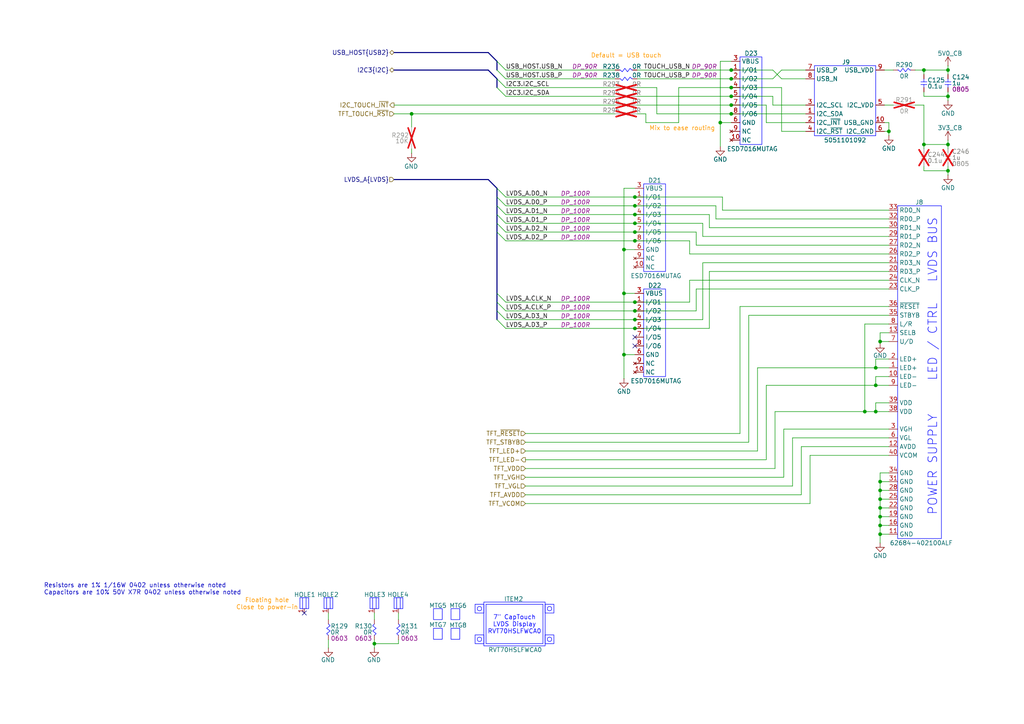
<source format=kicad_sch>
(kicad_sch (version 20250114) (generator "eeschema") (generator_version "9.0")
  (paper "A4")
  (title_block (title "RPI CMx Carrier") (date "2026-01-22") (rev "2.00-0A") (comment 1 "Jean-Francois Bilodeau") (comment 2 "P.Eng #6022173") (comment 3 "203-1690 Rue des quatre-saisons") (comment 4 "Sherbrooke, Canada, J1E0N2") (comment 5 "KiCad Rev 9.0") (comment 6 "Jean-Francois Bilodeau") (comment 7 "Not applicable") (comment 8 "Preliminary") (comment 9 "RPI_CMx_Carrier_2.00-0A_BOM"))
  (text "Mix to ease routing" (at 197.866 37.338 0) (effects (font (size 1.27 1.27))))
  (text "Default = USB touch" (at 181.61 16.256 0) (effects (font (size 1.27 1.27))))
  (text "Floating hole\nClose to power-in" (at 77.47 175.26 0) (effects (font (size 1.27 1.27))))
  (text "Resistors are 1% 1/16W 0402 unless otherwise noted\nCapacitors are 10% 50V X7R 0402 unless otherwise noted" (at 12.7 170.942 0) (effects (font (size 1.27 1.27)) (justify left)))
  (junction (at 184.15 95.25))
  (junction (at 212.09 20.32))
  (junction (at 255.27 99.06))
  (junction (at 180.975 72.39))
  (junction (at 254 119.38))
  (junction (at 184.15 69.85))
  (junction (at 267.97 41.91))
  (junction (at 212.09 25.4))
  (junction (at 255.27 144.78))
  (junction (at 212.09 33.02))
  (junction (at 212.09 22.86))
  (junction (at 254 106.68))
  (junction (at 119.38 33.02))
  (junction (at 184.15 64.77))
  (junction (at 212.09 30.48))
  (junction (at 267.97 20.32))
  (junction (at 257.81 38.1))
  (junction (at 255.27 152.4))
  (junction (at 184.15 90.17))
  (junction (at 255.27 154.94))
  (junction (at 274.955 27.94))
  (junction (at 255.27 139.7))
  (junction (at 184.15 67.31))
  (junction (at 212.09 27.94))
  (junction (at 184.15 59.69))
  (junction (at 184.15 57.15))
  (junction (at 254 111.76))
  (junction (at 184.15 62.23))
  (junction (at 274.955 41.91))
  (junction (at 250.825 119.38))
  (junction (at 184.15 92.71))
  (junction (at 274.955 49.53))
  (junction (at 180.975 85.09))
  (junction (at 184.15 87.63))
  (junction (at 108.585 186.69))
  (junction (at 208.915 35.56))
  (junction (at 274.955 20.32))
  (junction (at 255.27 147.32))
  (junction (at 180.975 102.87))
  (junction (at 255.27 142.24))
  (junction (at 255.27 149.86))
  (no_connect (at 88.265 177.8))
  (no_connect (at 184.15 97.79))
  (no_connect (at 184.15 100.33))
  (bus_entry (at 144.145 17.78) (size 2.54 2.54))
  (bus_entry (at 144.145 87.63) (size 2.54 2.54))
  (bus_entry (at 144.145 62.23) (size 2.54 2.54))
  (bus_entry (at 144.145 92.71) (size 2.54 2.54))
  (bus_entry (at 144.145 20.32) (size 2.54 2.54))
  (bus_entry (at 144.145 85.09) (size 2.54 2.54))
  (bus_entry (at 144.145 59.69) (size 2.54 2.54))
  (bus_entry (at 144.145 64.77) (size 2.54 2.54))
  (bus_entry (at 144.145 67.31) (size 2.54 2.54))
  (bus_entry (at 144.145 22.86) (size 2.54 2.54))
  (bus_entry (at 144.145 25.4) (size 2.54 2.54))
  (bus_entry (at 144.145 54.61) (size 2.54 2.54))
  (bus_entry (at 144.145 90.17) (size 2.54 2.54))
  (bus_entry (at 144.145 57.15) (size 2.54 2.54))
  (wire (pts (xy 108.585 185.547) (xy 108.585 186.69)))
  (wire (pts (xy 184.15 67.31) (xy 201.93 67.31)))
  (wire (pts (xy 207.645 63.5) (xy 257.81 63.5)))
  (wire (pts (xy 255.27 149.86) (xy 255.27 152.4)))
  (wire (pts (xy 184.785 22.86) (xy 212.09 22.86)))
  (wire (pts (xy 254 109.22) (xy 254 111.76)))
  (bus (pts (xy 144.145 20.32) (xy 144.145 17.78)))
  (wire (pts (xy 184.15 59.69) (xy 207.645 59.69)))
  (wire (pts (xy 196.85 25.4) (xy 212.09 25.4)))
  (wire (pts (xy 257.81 38.1) (xy 257.81 39.37)))
  (wire (pts (xy 265.43 30.48) (xy 267.97 30.48)))
  (wire (pts (xy 146.685 27.94) (xy 178.435 27.94)))
  (wire (pts (xy 200.025 69.85) (xy 200.025 73.66)))
  (wire (pts (xy 184.785 20.32) (xy 212.09 20.32)))
  (wire (pts (xy 184.785 27.94) (xy 212.09 27.94)))
  (wire (pts (xy 267.97 26.67) (xy 267.97 27.94)))
  (wire (pts (xy 255.27 154.94) (xy 255.27 157.48)))
  (wire (pts (xy 208.915 35.56) (xy 212.09 35.56)))
  (wire (pts (xy 274.955 26.67) (xy 274.955 27.94)))
  (wire (pts (xy 254 106.68) (xy 257.81 106.68)))
  (wire (pts (xy 255.27 152.4) (xy 257.81 152.4)))
  (wire (pts (xy 212.09 33.02) (xy 233.68 33.02)))
  (wire (pts (xy 95.25 177.8) (xy 95.25 179.705)))
  (wire (pts (xy 267.97 48.26) (xy 267.97 49.53)))
  (wire (pts (xy 255.27 144.78) (xy 255.27 147.32)))
  (wire (pts (xy 184.785 33.02) (xy 187.325 33.02)))
  (wire (pts (xy 146.685 22.86) (xy 178.435 22.86)))
  (wire (pts (xy 152.4 133.35) (xy 222.25 133.35)))
  (wire (pts (xy 152.4 138.43) (xy 227.33 138.43)))
  (wire (pts (xy 115.57 185.547) (xy 115.57 186.69)))
  (wire (pts (xy 184.15 90.17) (xy 201.93 90.17)))
  (wire (pts (xy 254 104.14) (xy 257.81 104.14)))
  (wire (pts (xy 255.27 139.7) (xy 257.81 139.7)))
  (wire (pts (xy 200.025 81.28) (xy 257.81 81.28)))
  (wire (pts (xy 95.25 185.547) (xy 95.25 187.96)))
  (wire (pts (xy 226.695 20.32) (xy 224.155 22.86)))
  (wire (pts (xy 180.975 102.87) (xy 180.975 109.855)))
  (wire (pts (xy 254 111.76) (xy 257.81 111.76)))
  (wire (pts (xy 254 119.38) (xy 257.81 119.38)))
  (wire (pts (xy 208.915 35.56) (xy 208.915 42.545)))
  (bus (pts (xy 144.145 67.31) (xy 144.145 85.09)))
  (wire (pts (xy 224.79 119.38) (xy 224.79 135.89)))
  (wire (pts (xy 180.975 85.09) (xy 184.15 85.09)))
  (bus (pts (xy 114.3 15.24) (xy 141.605 15.24)))
  (wire (pts (xy 184.15 69.85) (xy 200.025 69.85)))
  (wire (pts (xy 201.93 67.31) (xy 201.93 71.12)))
  (wire (pts (xy 226.695 20.32) (xy 233.68 20.32)))
  (wire (pts (xy 219.71 106.68) (xy 219.71 130.81)))
  (wire (pts (xy 205.74 78.74) (xy 205.74 95.25)))
  (wire (pts (xy 222.25 111.76) (xy 222.25 133.35)))
  (wire (pts (xy 200.025 81.28) (xy 200.025 87.63)))
  (wire (pts (xy 222.25 35.56) (xy 233.68 35.56)))
  (wire (pts (xy 212.09 27.94) (xy 224.155 27.94)))
  (wire (pts (xy 254 104.14) (xy 254 106.68)))
  (wire (pts (xy 234.95 132.08) (xy 234.95 146.05)))
  (bus (pts (xy 144.145 54.61) (xy 141.605 52.07)))
  (wire (pts (xy 250.825 119.38) (xy 254 119.38)))
  (wire (pts (xy 250.825 93.98) (xy 250.825 119.38)))
  (wire (pts (xy 108.585 177.8) (xy 108.585 179.705)))
  (wire (pts (xy 119.38 33.02) (xy 178.435 33.02)))
  (wire (pts (xy 201.93 83.82) (xy 257.81 83.82)))
  (wire (pts (xy 232.41 129.54) (xy 232.41 143.51)))
  (wire (pts (xy 217.17 91.44) (xy 217.17 128.27)))
  (wire (pts (xy 200.025 73.66) (xy 257.81 73.66)))
  (wire (pts (xy 203.835 68.58) (xy 257.81 68.58)))
  (wire (pts (xy 265.43 20.32) (xy 267.97 20.32)))
  (wire (pts (xy 180.975 72.39) (xy 184.15 72.39)))
  (wire (pts (xy 184.15 87.63) (xy 200.025 87.63)))
  (wire (pts (xy 232.41 129.54) (xy 257.81 129.54)))
  (wire (pts (xy 226.695 38.1) (xy 233.68 38.1)))
  (wire (pts (xy 203.835 76.2) (xy 203.835 92.71)))
  (wire (pts (xy 255.27 152.4) (xy 255.27 154.94)))
  (wire (pts (xy 214.63 88.9) (xy 257.81 88.9)))
  (wire (pts (xy 184.15 92.71) (xy 203.835 92.71)))
  (wire (pts (xy 255.27 147.32) (xy 255.27 149.86)))
  (wire (pts (xy 184.15 57.15) (xy 209.55 57.15)))
  (wire (pts (xy 255.27 149.86) (xy 257.81 149.86)))
  (wire (pts (xy 224.155 27.94) (xy 224.155 30.48)))
  (wire (pts (xy 119.38 43.18) (xy 119.38 44.45)))
  (wire (pts (xy 227.33 124.46) (xy 257.81 124.46)))
  (wire (pts (xy 203.835 64.77) (xy 203.835 68.58)))
  (wire (pts (xy 146.685 64.77) (xy 184.15 64.77)))
  (wire (pts (xy 152.4 143.51) (xy 232.41 143.51)))
  (wire (pts (xy 256.54 35.56) (xy 257.81 35.56)))
  (wire (pts (xy 146.685 62.23) (xy 184.15 62.23)))
  (wire (pts (xy 226.695 22.86) (xy 233.68 22.86)))
  (bus (pts (xy 114.3 52.07) (xy 141.605 52.07)))
  (wire (pts (xy 256.54 30.48) (xy 259.08 30.48)))
  (wire (pts (xy 180.975 102.87) (xy 184.15 102.87)))
  (wire (pts (xy 227.33 124.46) (xy 227.33 138.43)))
  (wire (pts (xy 256.54 38.1) (xy 257.81 38.1)))
  (wire (pts (xy 205.74 78.74) (xy 257.81 78.74)))
  (wire (pts (xy 226.695 25.4) (xy 226.695 38.1)))
  (wire (pts (xy 257.81 35.56) (xy 257.81 38.1)))
  (wire (pts (xy 190.5 33.02) (xy 212.09 33.02)))
  (bus (pts (xy 144.145 62.23) (xy 144.145 64.77)))
  (wire (pts (xy 205.74 66.04) (xy 257.81 66.04)))
  (wire (pts (xy 214.63 88.9) (xy 214.63 125.73)))
  (wire (pts (xy 146.685 69.85) (xy 184.15 69.85)))
  (wire (pts (xy 209.55 60.96) (xy 257.81 60.96)))
  (bus (pts (xy 144.145 85.09) (xy 144.145 87.63)))
  (wire (pts (xy 146.685 92.71) (xy 184.15 92.71)))
  (bus (pts (xy 144.145 59.69) (xy 144.145 62.23)))
  (bus (pts (xy 114.3 20.32) (xy 141.605 20.32)))
  (wire (pts (xy 255.27 147.32) (xy 257.81 147.32)))
  (wire (pts (xy 201.93 83.82) (xy 201.93 90.17)))
  (wire (pts (xy 146.685 87.63) (xy 184.15 87.63)))
  (wire (pts (xy 274.955 41.91) (xy 274.955 43.18)))
  (wire (pts (xy 146.685 59.69) (xy 184.15 59.69)))
  (wire (pts (xy 187.325 33.02) (xy 187.325 35.56)))
  (wire (pts (xy 274.955 40.64) (xy 274.955 41.91)))
  (wire (pts (xy 146.685 20.32) (xy 178.435 20.32)))
  (wire (pts (xy 108.585 186.69) (xy 108.585 187.96)))
  (wire (pts (xy 274.955 20.32) (xy 267.97 20.32)))
  (wire (pts (xy 274.955 49.53) (xy 267.97 49.53)))
  (wire (pts (xy 184.15 64.77) (xy 203.835 64.77)))
  (wire (pts (xy 255.27 137.16) (xy 257.81 137.16)))
  (bus (pts (xy 144.145 64.77) (xy 144.145 67.31)))
  (wire (pts (xy 274.955 19.05) (xy 274.955 20.32)))
  (wire (pts (xy 254 116.84) (xy 257.81 116.84)))
  (wire (pts (xy 255.27 137.16) (xy 255.27 139.7)))
  (wire (pts (xy 146.685 90.17) (xy 184.15 90.17)))
  (wire (pts (xy 274.955 27.94) (xy 267.97 27.94)))
  (wire (pts (xy 208.915 17.78) (xy 212.09 17.78)))
  (bus (pts (xy 144.145 57.15) (xy 144.145 59.69)))
  (wire (pts (xy 267.97 30.48) (xy 267.97 41.91)))
  (wire (pts (xy 203.835 76.2) (xy 257.81 76.2)))
  (wire (pts (xy 184.785 25.4) (xy 190.5 25.4)))
  (wire (pts (xy 212.09 25.4) (xy 226.695 25.4)))
  (wire (pts (xy 119.38 33.02) (xy 119.38 36.83)))
  (wire (pts (xy 187.325 35.56) (xy 196.85 35.56)))
  (bus (pts (xy 144.145 25.4) (xy 144.145 22.86)))
  (wire (pts (xy 184.15 62.23) (xy 205.74 62.23)))
  (wire (pts (xy 274.955 20.32) (xy 274.955 21.59)))
  (wire (pts (xy 267.97 43.18) (xy 267.97 41.91)))
  (wire (pts (xy 196.85 25.4) (xy 196.85 35.56)))
  (wire (pts (xy 180.975 54.61) (xy 180.975 72.39)))
  (wire (pts (xy 212.09 22.86) (xy 224.155 22.86)))
  (wire (pts (xy 229.87 127) (xy 229.87 140.97)))
  (wire (pts (xy 274.955 41.91) (xy 267.97 41.91)))
  (bus (pts (xy 144.145 90.17) (xy 144.145 92.71)))
  (wire (pts (xy 108.585 186.69) (xy 115.57 186.69)))
  (wire (pts (xy 255.27 142.24) (xy 257.81 142.24)))
  (wire (pts (xy 152.4 146.05) (xy 234.95 146.05)))
  (wire (pts (xy 146.685 25.4) (xy 178.435 25.4)))
  (wire (pts (xy 205.74 62.23) (xy 205.74 66.04)))
  (wire (pts (xy 254 116.84) (xy 254 119.38)))
  (bus (pts (xy 144.145 54.61) (xy 144.145 57.15)))
  (wire (pts (xy 152.4 125.73) (xy 214.63 125.73)))
  (wire (pts (xy 209.55 57.15) (xy 209.55 60.96)))
  (wire (pts (xy 114.3 33.02) (xy 119.38 33.02)))
  (wire (pts (xy 250.825 93.98) (xy 257.81 93.98)))
  (wire (pts (xy 274.955 49.53) (xy 274.955 50.8)))
  (wire (pts (xy 180.975 72.39) (xy 180.975 85.09)))
  (wire (pts (xy 222.25 30.48) (xy 222.25 35.56)))
  (wire (pts (xy 255.27 142.24) (xy 255.27 144.78)))
  (wire (pts (xy 180.975 85.09) (xy 180.975 102.87)))
  (wire (pts (xy 115.57 177.8) (xy 115.57 179.705)))
  (wire (pts (xy 114.3 30.48) (xy 178.435 30.48)))
  (bus (pts (xy 144.145 87.63) (xy 144.145 90.17)))
  (wire (pts (xy 267.97 21.59) (xy 267.97 20.32)))
  (wire (pts (xy 152.4 140.97) (xy 229.87 140.97)))
  (wire (pts (xy 234.95 132.08) (xy 257.81 132.08)))
  (wire (pts (xy 180.975 54.61) (xy 184.15 54.61)))
  (wire (pts (xy 146.685 67.31) (xy 184.15 67.31)))
  (wire (pts (xy 254 109.22) (xy 257.81 109.22)))
  (wire (pts (xy 224.155 30.48) (xy 233.68 30.48)))
  (wire (pts (xy 229.87 127) (xy 257.81 127)))
  (wire (pts (xy 255.27 154.94) (xy 257.81 154.94)))
  (bus (pts (xy 144.145 17.78) (xy 141.605 15.24)))
  (wire (pts (xy 190.5 25.4) (xy 190.5 33.02)))
  (wire (pts (xy 224.79 119.38) (xy 250.825 119.38)))
  (wire (pts (xy 255.27 96.52) (xy 257.81 96.52)))
  (wire (pts (xy 222.25 111.76) (xy 254 111.76)))
  (wire (pts (xy 255.27 99.06) (xy 255.27 99.695)))
  (wire (pts (xy 152.4 128.27) (xy 217.17 128.27)))
  (wire (pts (xy 255.27 96.52) (xy 255.27 99.06)))
  (wire (pts (xy 207.645 59.69) (xy 207.645 63.5)))
  (wire (pts (xy 217.17 91.44) (xy 257.81 91.44)))
  (wire (pts (xy 152.4 130.81) (xy 219.71 130.81)))
  (wire (pts (xy 274.955 48.26) (xy 274.955 49.53)))
  (bus (pts (xy 144.145 22.86) (xy 141.605 20.32)))
  (wire (pts (xy 255.27 139.7) (xy 255.27 142.24)))
  (wire (pts (xy 212.09 20.32) (xy 224.155 20.32)))
  (wire (pts (xy 208.915 17.78) (xy 208.915 35.56)))
  (wire (pts (xy 184.785 30.48) (xy 212.09 30.48)))
  (wire (pts (xy 219.71 106.68) (xy 254 106.68)))
  (wire (pts (xy 212.09 30.48) (xy 222.25 30.48)))
  (wire (pts (xy 224.155 20.32) (xy 226.695 22.86)))
  (wire (pts (xy 152.4 135.89) (xy 224.79 135.89)))
  (wire (pts (xy 146.685 95.25) (xy 184.15 95.25)))
  (wire (pts (xy 274.955 27.94) (xy 274.955 29.21)))
  (wire (pts (xy 146.685 57.15) (xy 184.15 57.15)))
  (wire (pts (xy 259.08 20.32) (xy 256.54 20.32)))
  (wire (pts (xy 255.27 144.78) (xy 257.81 144.78)))
  (wire (pts (xy 184.15 95.25) (xy 205.74 95.25)))
  (wire (pts (xy 255.27 99.06) (xy 257.81 99.06)))
  (wire (pts (xy 201.93 71.12) (xy 257.81 71.12)))
  (label "LVDS_A.D2_P" (at 146.685 69.85 0) (property "Netclass" "DP_100R" (at 162.56 68.834 0) (effects (font (italic yes)) (justify left))))
  (label "LVDS_A.D1_N" (at 146.685 62.23 0) (property "Netclass" "DP_100R" (at 162.56 61.214 0) (effects (font (italic yes)) (justify left))))
  (label "I2C3.I2C_SCL" (at 146.685 25.4 0))
  (label "LVDS_A.D0_N" (at 146.685 57.15 0) (property "Netclass" "DP_100R" (at 162.56 56.134 0) (effects (font (italic yes)) (justify left))))
  (label "LVDS_A.CLK_P" (at 146.685 90.17 0) (property "Netclass" "DP_100R" (at 162.56 89.154 0) (effects (font (italic yes)) (justify left))))
  (label "LVDS_A.D3_N" (at 146.685 92.71 0) (property "Netclass" "DP_100R" (at 162.56 91.694 0) (effects (font (italic yes)) (justify left))))
  (label "LVDS_A.D0_P" (at 146.685 59.69 0) (property "Netclass" "DP_100R" (at 162.56 58.674 0) (effects (font (italic yes)) (justify left))))
  (label "LVDS_A.D1_P" (at 146.685 64.77 0) (property "Netclass" "DP_100R" (at 162.56 63.754 0) (effects (font (italic yes)) (justify left))))
  (label "USB_HOST.USB_P" (at 146.685 22.86 0) (property "Netclass" "DP_90R" (at 165.862 21.844 0) (effects (font (italic yes)) (justify left))))
  (label "TOUCH_USB_N" (at 186.69 20.32 0) (property "Netclass" "DP_90R" (at 200.533 19.304 0) (effects (font (italic yes)) (justify left))))
  (label "USB_HOST.USB_N" (at 146.685 20.32 0) (property "Netclass" "DP_90R" (at 165.862 19.304 0) (effects (font (italic yes)) (justify left))))
  (label "LVDS_A.D3_P" (at 146.685 95.25 0) (property "Netclass" "DP_100R" (at 162.56 94.234 0) (effects (font (italic yes)) (justify left))))
  (label "TOUCH_USB_P" (at 186.69 22.86 0) (property "Netclass" "DP_90R" (at 200.533 21.844 0) (effects (font (italic yes)) (justify left))))
  (label "LVDS_A.CLK_N" (at 146.685 87.63 0) (property "Netclass" "DP_100R" (at 162.56 86.614 0) (effects (font (italic yes)) (justify left))))
  (label "I2C3.I2C_SDA" (at 146.685 27.94 0))
  (label "LVDS_A.D2_N" (at 146.7022 67.31 0) (property "Netclass" "DP_100R" (at 162.56 66.294 0) (effects (font (italic yes)) (justify left))))
  (hierarchical_label "TFT_TOUCH_~{RST}" (shape input) (at 114.3 33.02 180))
  (hierarchical_label "TFT_~{RESET}" (shape input) (at 152.4 125.73 180))
  (hierarchical_label "TFT_LED+" (shape input) (at 152.4 130.81 180))
  (hierarchical_label "TFT_VGH" (shape input) (at 152.4 138.43 180))
  (hierarchical_label "TFT_VCOM" (shape input) (at 152.4 146.05 180))
  (hierarchical_label "I2C3{I2C}" (shape bidirectional) (at 114.3 20.32 180))
  (hierarchical_label "TFT_LED-" (shape output) (at 152.4 133.35 180))
  (hierarchical_label "USB_HOST{USB2}" (shape bidirectional) (at 114.3 15.24 180))
  (hierarchical_label "I2C_TOUCH_~{INT}" (shape output) (at 114.3 30.48 180))
  (hierarchical_label "LVDS_A{LVDS}" (shape input) (at 114.3 52.07 180))
  (hierarchical_label "TFT_VDD" (shape input) (at 152.4 135.89 180))
  (hierarchical_label "TFT_AVDD" (shape input) (at 152.4 143.51 180))
  (hierarchical_label "TFT_VGL" (shape input) (at 152.4 140.97 180))
  (hierarchical_label "TFT_STBYB" (shape input) (at 152.4 128.27 180))
  (symbol (lib_id "KiCad_Pwr_Symbols:GND") (at 180.975 109.855 0) (mirror y) (unit 1)
    (property "Reference" "#PWR0227" (effects (hide yes)))
    (property "Value" "GND" (at 180.975 113.538 0))
    (property "Description" "Power symbol creates a global label with name \"GND\" , ground" (effects (hide yes)))
  )
  (symbol (lib_id "KiCad_Pwr_Symbols:GND") (at 108.585 187.96 0) (unit 1)
    (property "Reference" "#PWR0176" (effects (hide yes)))
    (property "Value" "GND" (at 108.458 191.389 0))
    (property "Description" "Power symbol creates a global label with name \"GND\" , ground" (effects (hide yes)))
  )
  (symbol (lib_id "KicadCompDb:Miscellaneous/MISC_00004") (at 125.73 182.245 0) (unit 1) (in_bom no)
    (property "Reference" "MTG7" (at 124.46 181.229 0) (effects (justify left)))
    (property "Value" "M0504-25-AL-7" (effects (hide yes)))
    (property "Footprint" "footprint:M0504-25-AL-7" (effects (hide yes)))
    (property "Datasheet" "https://dpk3n3gg92jwt.cloudfront.net/domains/raf/pdf/RAF_catalog_0282.pdf" (effects (hide yes)))
    (property "Description" "ROUND SPACER M2.5 ALUMINUM 5MM" (effects (hide yes)))
    (property "Type" "ROUND SPACER M2.5 ALUMINUM 5MM" (effects (hide yes)))
    (property "Operating Temperature" "-40°C ~ 150°C" (effects (hide yes)))
    (property "Dimensions" "4.50mm x 5.00mm" (effects (hide yes)))
    (property "Manufacturer" "RAF Electronic Hardware" (effects (hide yes)))
    (property "Manufacturer Part Number" "M0504-25-AL-7" (effects (hide yes)))
    (property "Distributor" "DigiKey" (effects (hide yes)))
    (property "Distributor Part Number" "1772-M0504-25-AL-7-ND" (effects (hide yes)))
  )
  (symbol (lib_id "KiCad_Lib_Symbols:MTG_hole_cir_5mm_pad_3mm_drill") (at 114.3 173.355 0) (unit 1)
    (property "Reference" "HOLE4" (at 115.443 172.466 0))
    (property "Value" "MTG_hole_cir_5mm_pad_3mm_drill" (effects (hide yes)))
    (property "Footprint" "MTG_hole_cir_5mm_pad_3mm_drill" (effects (hide yes)))
    (property "Description" "MTG_hole_cir_6mm_pad_4mm_drill" (effects (hide yes)))
  )
  (symbol (lib_id "KicadCompDb:Resistors/RES_SMT_00001") (at 264.16 30.48 0) (mirror y) (unit 1) (dnp yes)
    (property "Reference" "R291" (at 262.255 28.956 0))
    (property "Value" "0R" (at 262.255 32.258 0))
    (property "Footprint" "footprint:RES_0402" (effects (hide yes)))
    (property "Datasheet" "https://www.yageogroup.com/content/datasheet/asset/file/PYU-RC_GROUP_51_ROHS_L" (effects (hide yes)))
    (property "Description" "RES 0 OHM JUMPER 1/16W 0402" (effects (hide yes)))
    (property "Tolerance" "1%" (effects (hide yes)))
    (property "Power" "1/16W" (effects (hide yes)))
    (property "Package" "0402" (effects (hide yes)))
    (property "Manufacturer" "YAGEO" (effects (hide yes)))
    (property "Manufacturer Part Number" "RC0402FR-071KL" (effects (hide yes)))
    (property "Distributor" "DigiKey" (effects (hide yes)))
    (property "Distributor Part Number" "311-0.0JRCT-ND" (effects (hide yes)))
    (property "Temperature Coefficient" "±100ppm/°C" (effects (hide yes)))
    (property "Operating Temperature" "-55°C ~ 155°C" (effects (hide yes)))
    (property "Type" "RES SMT" (effects (hide yes)))
    (property "Dimensions" "1.00mm x 0.50mm" (effects (hide yes)))
  )
  (symbol (lib_id "KicadCompDb:ESD Diodes/ESD_DIODE_00001") (at 186.69 83.82 0) (unit 1)
    (property "Reference" "D22" (at 187.96 82.804 0) (effects (justify left)))
    (property "Value" "ESD7016MUTAG" (at 182.88 110.49 0) (effects (justify left)))
    (property "Footprint" "footprint:UDFN8" (effects (hide yes)))
    (property "Datasheet" "https://www.onsemi.com/pdf/datasheet/esd7016-d.pdf" (effects (hide yes)))
    (property "Description" "TVS DIODE 5VWM 10VC 8UDFN" (effects (hide yes)))
    (property "Type" "ESD TVS SEXT SMT" (effects (hide yes)))
    (property "V(r)" "5V" (effects (hide yes)))
    (property "V(br)" "5.5V" (effects (hide yes)))
    (property "V(cl)" "10V" (effects (hide yes)))
    (property "I(pp)" "1A" (effects (hide yes)))
    (property "Power" "NA" (effects (hide yes)))
    (property "Capacitance" "0.15pF" (effects (hide yes)))
    (property "Operating Temperature" "-55°C ~ 125°C" (effects (hide yes)))
    (property "Package" "8-UDFN" (effects (hide yes)))
    (property "Dimensions" "3.30mm x 1.00mm" (effects (hide yes)))
    (property "Manufacturer" "onsemi" (effects (hide yes)))
    (property "Manufacturer Part Number" "ESD7016MUTAG" (effects (hide yes)))
    (property "Distributor" "DigiKey" (effects (hide yes)))
    (property "Distributor Part Number" "ESD7016MUTAGOSCT-ND" (effects (hide yes)))
  )
  (symbol (lib_id "KicadCompDb:Resistors/RES_SMT_00001") (at 264.16 20.32 0) (mirror y) (unit 1)
    (property "Reference" "R290" (at 262.255 18.796 0))
    (property "Value" "0R" (at 262.255 22.098 0))
    (property "Footprint" "footprint:RES_0402" (effects (hide yes)))
    (property "Datasheet" "https://www.yageogroup.com/content/datasheet/asset/file/PYU-RC_GROUP_51_ROHS_L" (effects (hide yes)))
    (property "Description" "RES 0 OHM JUMPER 1/16W 0402" (effects (hide yes)))
    (property "Tolerance" "1%" (effects (hide yes)))
    (property "Power" "1/16W" (effects (hide yes)))
    (property "Package" "0402" (effects (hide yes)))
    (property "Manufacturer" "YAGEO" (effects (hide yes)))
    (property "Manufacturer Part Number" "RC0402FR-071KL" (effects (hide yes)))
    (property "Distributor" "DigiKey" (effects (hide yes)))
    (property "Distributor Part Number" "311-0.0JRCT-ND" (effects (hide yes)))
    (property "Temperature Coefficient" "±100ppm/°C" (effects (hide yes)))
    (property "Operating Temperature" "-55°C ~ 155°C" (effects (hide yes)))
    (property "Type" "RES SMT" (effects (hide yes)))
    (property "Dimensions" "1.00mm x 0.50mm" (effects (hide yes)))
  )
  (symbol (lib_id "KicadCompDb:Resistors/RES_SMT_00001") (at 183.515 33.02 0) (mirror y) (unit 1) (dnp yes)
    (property "Reference" "R296" (at 177.292 32.004 0))
    (property "Value" "0R" (at 184.658 32.004 0))
    (property "Footprint" "footprint:RES_0402" (effects (hide yes)))
    (property "Datasheet" "https://www.yageogroup.com/content/datasheet/asset/file/PYU-RC_GROUP_51_ROHS_L" (effects (hide yes)))
    (property "Description" "RES 0 OHM JUMPER 1/16W 0402" (effects (hide yes)))
    (property "Tolerance" "1%" (effects (hide yes)))
    (property "Power" "1/16W" (effects (hide yes)))
    (property "Package" "0402" (effects (hide yes)))
    (property "Manufacturer" "YAGEO" (effects (hide yes)))
    (property "Manufacturer Part Number" "RC0402FR-071KL" (effects (hide yes)))
    (property "Distributor" "DigiKey" (effects (hide yes)))
    (property "Distributor Part Number" "311-0.0JRCT-ND" (effects (hide yes)))
    (property "Temperature Coefficient" "±100ppm/°C" (effects (hide yes)))
    (property "Operating Temperature" "-55°C ~ 155°C" (effects (hide yes)))
    (property "Type" "RES SMT" (effects (hide yes)))
    (property "Dimensions" "1.00mm x 0.50mm" (effects (hide yes)))
  )
  (symbol (lib_id "KicadCompDb:Miscellaneous/MISC_00003") (at 140.335 174.625 0) (unit 1) (in_bom no)
    (property "Reference" "ITEM2" (at 146.177 173.736 0) (effects (justify left)))
    (property "Value" "RVT70HSLFWCA0" (at 141.605 188.468 0) (effects (justify left)))
    (property "Footprint" "footprint:RVT70HSLFWCA0" (effects (hide yes)))
    (property "Datasheet" "https://download.riverdi.com/RVT70HSLFWCA0/DS_RVT70HSLFWCA0_Rev.1.4.pdf" (effects (hide yes)))
    (property "Description" "TFT Displays & Accessories 7.0\", LVDS, frame, atouch, CTP,air bond" (effects (hide yes)))
    (property "Type" "TFT Displays" (effects (hide yes)))
    (property "Operating Temperature" "-20°C ~ 70°C" (effects (hide yes)))
    (property "Dimensions" "181.6mm x 100.6mm x 8.68mm" (effects (hide yes)))
    (property "Manufacturer" "Riverdi" (effects (hide yes)))
    (property "Manufacturer Part Number" "SM-RVT70HSLFWCA0" (effects (hide yes)))
    (property "Distributor" "Mouser" (effects (hide yes)))
    (property "Distributor Part Number" "166-RVT70HSLFWCA0" (effects (hide yes)))
  )
  (symbol (lib_id "KiCad_Pwr_Symbols:GND") (at 274.955 29.21 0) (unit 1)
    (property "Reference" "#PWR0224" (effects (hide yes)))
    (property "Value" "GND" (at 274.955 32.893 0))
    (property "Description" "Power symbol creates a global label with name \"GND\" , ground" (effects (hide yes)))
  )
  (symbol (lib_id "KicadCompDb:Capacitors/CAP_CER_SMT_00002") (at 274.955 48.26 90) (unit 1) (dnp yes)
    (property "Reference" "C246" (at 276.098 43.942 90) (effects (justify right)))
    (property "Value" "1u" (at 276.098 45.72 90) (effects (justify right)))
    (property "Footprint" "footprint:CAP_NONPOL_0805" (effects (hide yes)))
    (property "Datasheet" "https://www.yageogroup.com/content/datasheet/asset/file/UPY-GPHC_X7R_6_3V-TO-250V" (effects (hide yes)))
    (property "Description" "CAP CER 1UF 50V X7R 0805" (effects (hide yes)))
    (property "Tolerance" "±10%" (effects (hide yes)))
    (property "Dielectric" "X7R" (effects (hide yes)))
    (property "Package" "0805" (at 276.098 47.498 90) (effects (justify right)))
    (property "Operating Temperature" "-55°C ~ 125°C" (effects (hide yes)))
    (property "Voltage Rating" "50V" (effects (hide yes)))
    (property "Manufacturer" "YAGEO" (effects (hide yes)))
    (property "Manufacturer Part Number" "CC0805KKX7R9BB105" (effects (hide yes)))
    (property "Distributor" "DigiKey" (effects (hide yes)))
    (property "Distributor Part Number" "311-1886-1-ND" (effects (hide yes)))
    (property "Type" "CER SMT" (effects (hide yes)))
    (property "Dimensions" "2.00mm x 1.25mm" (effects (hide yes)))
  )
  (symbol (lib_id "KicadCompDb:Capacitors/CAP_CER_SMT_00001") (at 267.97 48.26 90) (unit 1) (dnp yes)
    (property "Reference" "C244" (at 268.986 44.831 90) (effects (justify right)))
    (property "Value" "0.1u" (at 268.986 46.609 90) (effects (justify right)))
    (property "Footprint" "footprint:CAP_NONPOL_0402" (effects (hide yes)))
    (property "Datasheet" "https://search.murata.co.jp/Ceramy/image/img/A01X/G101/ENG/GRM155R71H104KE14-01.pdf" (effects (hide yes)))
    (property "Description" "CAP CER 0.1UF 50V X7R 0402" (effects (hide yes)))
    (property "Tolerance" "±10%" (effects (hide yes)))
    (property "Dielectric" "X7R" (effects (hide yes)))
    (property "Package" "0402" (effects (hide yes)))
    (property "Operating Temperature" "-55°C ~ 125°C" (effects (hide yes)))
    (property "Voltage Rating" "50V" (effects (hide yes)))
    (property "Manufacturer" "Murata Electronics" (effects (hide yes)))
    (property "Manufacturer Part Number" "GRM155R71H104KE14D" (effects (hide yes)))
    (property "Distributor" "DigiKey" (effects (hide yes)))
    (property "Distributor Part Number" "490-10700-1-ND" (effects (hide yes)))
    (property "Type" "CER SMT" (effects (hide yes)))
    (property "Dimensions" "1.00mm x 0.50mm" (effects (hide yes)))
  )
  (symbol (lib_id "KicadCompDb:Miscellaneous/MISC_00004") (at 130.81 182.245 0) (unit 1) (in_bom no)
    (property "Reference" "MTG8" (at 130.302 181.356 0) (effects (justify left)))
    (property "Value" "M0504-25-AL-7" (effects (hide yes)))
    (property "Footprint" "footprint:M0504-25-AL-7" (effects (hide yes)))
    (property "Datasheet" "https://dpk3n3gg92jwt.cloudfront.net/domains/raf/pdf/RAF_catalog_0282.pdf" (effects (hide yes)))
    (property "Description" "ROUND SPACER M2.5 ALUMINUM 5MM" (effects (hide yes)))
    (property "Type" "ROUND SPACER M2.5 ALUMINUM 5MM" (effects (hide yes)))
    (property "Operating Temperature" "-40°C ~ 150°C" (effects (hide yes)))
    (property "Dimensions" "4.50mm x 5.00mm" (effects (hide yes)))
    (property "Manufacturer" "RAF Electronic Hardware" (effects (hide yes)))
    (property "Manufacturer Part Number" "M0504-25-AL-7" (effects (hide yes)))
    (property "Distributor" "DigiKey" (effects (hide yes)))
    (property "Distributor Part Number" "1772-M0504-25-AL-7-ND" (effects (hide yes)))
  )
  (symbol (lib_id "KiCad_Pwr_Symbols:GND") (at 255.27 99.695 0) (mirror y) (unit 1)
    (property "Reference" "#PWR0229" (effects (hide yes)))
    (property "Value" "GND" (at 255.27 103.124 0))
    (property "Description" "Power symbol creates a global label with name \"GND\" , ground" (effects (hide yes)))
  )
  (symbol (lib_id "KicadCompDb:Resistors/RES_SMT_00021") (at 95.25 180.975 270) (unit 1)
    (property "Reference" "R129" (at 98.425 181.61 90))
    (property "Value" "0R" (at 97.155 183.388 90))
    (property "Footprint" "footprint:RES_0603" (effects (hide yes)))
    (property "Datasheet" "https://www.yageogroup.com/content/datasheet/asset/file/PYU-RC_GROUP_51_ROHS_L" (effects (hide yes)))
    (property "Description" "RES 0 OHM JUMPER 1/10W 0603" (effects (hide yes)))
    (property "Tolerance" "1%" (effects (hide yes)))
    (property "Power" "1/10W" (effects (hide yes)))
    (property "Package" "0603" (at 98.425 185.166 90))
    (property "Manufacturer" "YAGEO" (effects (hide yes)))
    (property "Manufacturer Part Number" "RC0603JR-070RL" (effects (hide yes)))
    (property "Distributor" "DigiKey" (effects (hide yes)))
    (property "Distributor Part Number" "311-0.0GRCT-ND" (effects (hide yes)))
    (property "Temperature Coefficient" "±100ppm/°C" (effects (hide yes)))
    (property "Operating Temperature" "-55°C ~ 155°C" (effects (hide yes)))
    (property "Type" "RES SMT" (effects (hide yes)))
    (property "Dimensions" "1.60mm x 0.80mm" (effects (hide yes)))
  )
  (symbol (lib_id "KicadCompDb:Connector/CONN_00017") (at 236.22 19.05 0) (unit 1)
    (property "Reference" "J9" (at 245.364 18.034 0))
    (property "Value" "5051101092" (at 245.11 40.64 0))
    (property "Footprint" "footprint:5051101092" (effects (hide yes)))
    (property "Datasheet" "https://www.molex.com/content/dam/molex/molex-dot-com/products/automated/en-us/salesdrawingpdf/505/505110/5051101092_sd.pdf?inline" (effects (hide yes)))
    (property "Description" "CONN FFC BOTTOM 10POS 0.5MM R/A" (effects (hide yes)))
    (property "Type" "FPC" (effects (hide yes)))
    (property "Gender" "FEMALE" (effects (hide yes)))
    (property "Pitch" "0.5mm" (effects (hide yes)))
    (property "Positions" "10" (effects (hide yes)))
    (property "Rows" "1" (effects (hide yes)))
    (property "Shrouding" "UNSHROUDED" (effects (hide yes)))
    (property "Mounting Type" "SMT" (effects (hide yes)))
    (property "Termination" "SOLDER" (effects (hide yes)))
    (property "Contact Length (Total)" "1.45mm" (effects (hide yes)))
    (property "Contact Material" "Phosphor Bronze" (effects (hide yes)))
    (property "Contact Finish" "Gold" (effects (hide yes)))
    (property "Current Rating" "0.5A" (effects (hide yes)))
    (property "Voltage Rating" "50V" (effects (hide yes)))
    (property "Operating Temperature" "-40°C ~ 105°C" (effects (hide yes)))
    (property "Dimensions" "9.7mm x 5.25mm x 1.9mm" (effects (hide yes)))
    (property "Manufacturer" "Molex" (effects (hide yes)))
    (property "Manufacturer Part Number" "5051101092" (effects (hide yes)))
    (property "Distributor" "DigiKey" (effects (hide yes)))
    (property "Distributor Part Number" "WM12366CT-ND" (effects (hide yes)))
  )
  (symbol (lib_id "KicadCompDb:Miscellaneous/MISC_00004") (at 130.81 176.53 0) (unit 1) (in_bom no)
    (property "Reference" "MTG6" (at 130.302 175.641 0) (effects (justify left)))
    (property "Value" "M0504-25-AL-7" (effects (hide yes)))
    (property "Footprint" "footprint:M0504-25-AL-7" (effects (hide yes)))
    (property "Datasheet" "https://dpk3n3gg92jwt.cloudfront.net/domains/raf/pdf/RAF_catalog_0282.pdf" (effects (hide yes)))
    (property "Description" "ROUND SPACER M2.5 ALUMINUM 5MM" (effects (hide yes)))
    (property "Type" "ROUND SPACER M2.5 ALUMINUM 5MM" (effects (hide yes)))
    (property "Operating Temperature" "-40°C ~ 150°C" (effects (hide yes)))
    (property "Dimensions" "4.50mm x 5.00mm" (effects (hide yes)))
    (property "Manufacturer" "RAF Electronic Hardware" (effects (hide yes)))
    (property "Manufacturer Part Number" "M0504-25-AL-7" (effects (hide yes)))
    (property "Distributor" "DigiKey" (effects (hide yes)))
    (property "Distributor Part Number" "1772-M0504-25-AL-7-ND" (effects (hide yes)))
  )
  (symbol (lib_id "KicadCompDb:Resistors/RES_SMT_00013") (at 119.38 41.91 270) (mirror x) (unit 1) (dnp yes)
    (property "Reference" "R292" (at 116.078 39.243 90))
    (property "Value" "10K" (at 116.586 40.894 90))
    (property "Footprint" "footprint:RES_0402" (effects (hide yes)))
    (property "Datasheet" "https://www.yageogroup.com/content/datasheet/asset/file/PYU-RC_GROUP_51_ROHS_L" (effects (hide yes)))
    (property "Description" "RES 10K OHM 1% 1/16W 0402" (effects (hide yes)))
    (property "Tolerance" "1%" (effects (hide yes)))
    (property "Power" "1/16W" (effects (hide yes)))
    (property "Package" "0402" (effects (hide yes)))
    (property "Manufacturer" "YAGEO" (effects (hide yes)))
    (property "Manufacturer Part Number" "RC0402FR-0710KL" (effects (hide yes)))
    (property "Distributor" "DigiKey" (effects (hide yes)))
    (property "Distributor Part Number" "311-10.0KLRCT-ND" (effects (hide yes)))
    (property "Temperature Coefficient" "±100ppm/°C" (effects (hide yes)))
    (property "Operating Temperature" "-55°C ~ 155°C" (effects (hide yes)))
    (property "Type" "RES SMT" (effects (hide yes)))
    (property "Dimensions" "1.00mm x 0.50mm" (effects (hide yes)))
  )
  (symbol (lib_id "KicadCompDb:Resistors/RES_SMT_00001") (at 183.515 27.94 0) (mirror y) (unit 1) (dnp yes)
    (property "Reference" "R294" (at 177.292 26.924 0))
    (property "Value" "0R" (at 184.658 26.924 0))
    (property "Footprint" "footprint:RES_0402" (effects (hide yes)))
    (property "Datasheet" "https://www.yageogroup.com/content/datasheet/asset/file/PYU-RC_GROUP_51_ROHS_L" (effects (hide yes)))
    (property "Description" "RES 0 OHM JUMPER 1/16W 0402" (effects (hide yes)))
    (property "Tolerance" "1%" (effects (hide yes)))
    (property "Power" "1/16W" (effects (hide yes)))
    (property "Package" "0402" (effects (hide yes)))
    (property "Manufacturer" "YAGEO" (effects (hide yes)))
    (property "Manufacturer Part Number" "RC0402FR-071KL" (effects (hide yes)))
    (property "Distributor" "DigiKey" (effects (hide yes)))
    (property "Distributor Part Number" "311-0.0JRCT-ND" (effects (hide yes)))
    (property "Temperature Coefficient" "±100ppm/°C" (effects (hide yes)))
    (property "Operating Temperature" "-55°C ~ 155°C" (effects (hide yes)))
    (property "Type" "RES SMT" (effects (hide yes)))
    (property "Dimensions" "1.00mm x 0.50mm" (effects (hide yes)))
  )
  (symbol (lib_id "KicadCompDb:Miscellaneous/MISC_00004") (at 125.73 176.53 0) (unit 1) (in_bom no)
    (property "Reference" "MTG5" (at 124.46 175.641 0) (effects (justify left)))
    (property "Value" "M0504-25-AL-7" (effects (hide yes)))
    (property "Footprint" "footprint:M0504-25-AL-7" (effects (hide yes)))
    (property "Datasheet" "https://dpk3n3gg92jwt.cloudfront.net/domains/raf/pdf/RAF_catalog_0282.pdf" (effects (hide yes)))
    (property "Description" "ROUND SPACER M2.5 ALUMINUM 5MM" (effects (hide yes)))
    (property "Type" "ROUND SPACER M2.5 ALUMINUM 5MM" (effects (hide yes)))
    (property "Operating Temperature" "-40°C ~ 150°C" (effects (hide yes)))
    (property "Dimensions" "4.50mm x 5.00mm" (effects (hide yes)))
    (property "Manufacturer" "RAF Electronic Hardware" (effects (hide yes)))
    (property "Manufacturer Part Number" "M0504-25-AL-7" (effects (hide yes)))
    (property "Distributor" "DigiKey" (effects (hide yes)))
    (property "Distributor Part Number" "1772-M0504-25-AL-7-ND" (effects (hide yes)))
  )
  (symbol (lib_id "KicadCompDb:Resistors/RES_SMT_00001") (at 183.515 20.32 0) (mirror y) (unit 1)
    (property "Reference" "R236" (at 177.292 19.304 0))
    (property "Value" "0R" (at 184.658 19.304 0))
    (property "Footprint" "footprint:RES_0402" (effects (hide yes)))
    (property "Datasheet" "https://www.yageogroup.com/content/datasheet/asset/file/PYU-RC_GROUP_51_ROHS_L" (effects (hide yes)))
    (property "Description" "RES 0 OHM JUMPER 1/16W 0402" (effects (hide yes)))
    (property "Tolerance" "1%" (effects (hide yes)))
    (property "Power" "1/16W" (effects (hide yes)))
    (property "Package" "0402" (effects (hide yes)))
    (property "Manufacturer" "YAGEO" (effects (hide yes)))
    (property "Manufacturer Part Number" "RC0402FR-071KL" (effects (hide yes)))
    (property "Distributor" "DigiKey" (effects (hide yes)))
    (property "Distributor Part Number" "311-0.0JRCT-ND" (effects (hide yes)))
    (property "Temperature Coefficient" "±100ppm/°C" (effects (hide yes)))
    (property "Operating Temperature" "-55°C ~ 155°C" (effects (hide yes)))
    (property "Type" "RES SMT" (effects (hide yes)))
    (property "Dimensions" "1.00mm x 0.50mm" (effects (hide yes)))
  )
  (symbol (lib_id "KiCad_Pwr_Symbols:+3V3") (at 274.955 40.64 0) (unit 1)
    (property "Reference" "#PWR0226" (effects (hide yes)))
    (property "Value" "3V3_CB" (at 271.907 37.084 0) (effects (justify left)))
    (property "Description" "Power symbol creates a global label with name \"+3V3\"" (effects (hide yes)))
  )
  (symbol (lib_id "KicadCompDb:Resistors/RES_SMT_00001") (at 183.515 25.4 0) (mirror y) (unit 1) (dnp yes)
    (property "Reference" "R293" (at 177.292 24.384 0))
    (property "Value" "0R" (at 184.658 24.384 0))
    (property "Footprint" "footprint:RES_0402" (effects (hide yes)))
    (property "Datasheet" "https://www.yageogroup.com/content/datasheet/asset/file/PYU-RC_GROUP_51_ROHS_L" (effects (hide yes)))
    (property "Description" "RES 0 OHM JUMPER 1/16W 0402" (effects (hide yes)))
    (property "Tolerance" "1%" (effects (hide yes)))
    (property "Power" "1/16W" (effects (hide yes)))
    (property "Package" "0402" (effects (hide yes)))
    (property "Manufacturer" "YAGEO" (effects (hide yes)))
    (property "Manufacturer Part Number" "RC0402FR-071KL" (effects (hide yes)))
    (property "Distributor" "DigiKey" (effects (hide yes)))
    (property "Distributor Part Number" "311-0.0JRCT-ND" (effects (hide yes)))
    (property "Temperature Coefficient" "±100ppm/°C" (effects (hide yes)))
    (property "Operating Temperature" "-55°C ~ 155°C" (effects (hide yes)))
    (property "Type" "RES SMT" (effects (hide yes)))
    (property "Dimensions" "1.00mm x 0.50mm" (effects (hide yes)))
  )
  (symbol (lib_id "KiCad_Pwr_Symbols:GND") (at 208.915 42.545 0) (mirror y) (unit 1)
    (property "Reference" "#PWR0225" (effects (hide yes)))
    (property "Value" "GND" (at 208.915 46.228 0))
    (property "Description" "Power symbol creates a global label with name \"GND\" , ground" (effects (hide yes)))
  )
  (symbol (lib_id "KiCad_Pwr_Symbols:GND") (at 274.955 50.8 0) (unit 1)
    (property "Reference" "#PWR0401" (effects (hide yes)))
    (property "Value" "GND" (at 274.955 54.483 0))
    (property "Description" "Power symbol creates a global label with name \"GND\" , ground" (effects (hide yes)))
  )
  (symbol (lib_id "KiCad_Pwr_Symbols:GND") (at 257.81 39.37 0) (unit 1)
    (property "Reference" "#PWR0108" (effects (hide yes)))
    (property "Value" "GND" (at 257.81 43.053 0))
    (property "Description" "Power symbol creates a global label with name \"GND\" , ground" (effects (hide yes)))
  )
  (symbol (lib_id "KiCad_Lib_Symbols:MTG_hole_cir_5mm_pad_3mm_drill") (at 109.855 173.355 0) (mirror y) (unit 1)
    (property "Reference" "HOLE3" (at 108.712 172.466 0))
    (property "Value" "MTG_hole_cir_5mm_pad_3mm_drill" (effects (hide yes)))
    (property "Footprint" "MTG_hole_cir_5mm_pad_3mm_drill" (effects (hide yes)))
    (property "Description" "MTG_hole_cir_6mm_pad_4mm_drill" (effects (hide yes)))
  )
  (symbol (lib_id "KicadCompDb:Resistors/RES_SMT_00021") (at 115.57 180.975 270) (unit 1)
    (property "Reference" "R131" (at 118.745 181.61 90))
    (property "Value" "0R" (at 117.475 183.388 90))
    (property "Footprint" "footprint:RES_0603" (effects (hide yes)))
    (property "Datasheet" "https://www.yageogroup.com/content/datasheet/asset/file/PYU-RC_GROUP_51_ROHS_L" (effects (hide yes)))
    (property "Description" "RES 0 OHM JUMPER 1/10W 0603" (effects (hide yes)))
    (property "Tolerance" "1%" (effects (hide yes)))
    (property "Power" "1/10W" (effects (hide yes)))
    (property "Package" "0603" (at 118.745 185.166 90))
    (property "Manufacturer" "YAGEO" (effects (hide yes)))
    (property "Manufacturer Part Number" "RC0603JR-070RL" (effects (hide yes)))
    (property "Distributor" "DigiKey" (effects (hide yes)))
    (property "Distributor Part Number" "311-0.0GRCT-ND" (effects (hide yes)))
    (property "Temperature Coefficient" "±100ppm/°C" (effects (hide yes)))
    (property "Operating Temperature" "-55°C ~ 155°C" (effects (hide yes)))
    (property "Type" "RES SMT" (effects (hide yes)))
    (property "Dimensions" "1.60mm x 0.80mm" (effects (hide yes)))
  )
  (symbol (lib_id "KicadCompDb:Capacitors/CAP_CER_SMT_00001") (at 267.97 26.67 90) (unit 1)
    (property "Reference" "C125" (at 268.986 23.241 90) (effects (justify right)))
    (property "Value" "0.1u" (at 268.986 25.019 90) (effects (justify right)))
    (property "Footprint" "footprint:CAP_NONPOL_0402" (effects (hide yes)))
    (property "Datasheet" "https://search.murata.co.jp/Ceramy/image/img/A01X/G101/ENG/GRM155R71H104KE14-01.pdf" (effects (hide yes)))
    (property "Description" "CAP CER 0.1UF 50V X7R 0402" (effects (hide yes)))
    (property "Tolerance" "±10%" (effects (hide yes)))
    (property "Dielectric" "X7R" (effects (hide yes)))
    (property "Package" "0402" (effects (hide yes)))
    (property "Operating Temperature" "-55°C ~ 125°C" (effects (hide yes)))
    (property "Voltage Rating" "50V" (effects (hide yes)))
    (property "Manufacturer" "Murata Electronics" (effects (hide yes)))
    (property "Manufacturer Part Number" "GRM155R71H104KE14D" (effects (hide yes)))
    (property "Distributor" "DigiKey" (effects (hide yes)))
    (property "Distributor Part Number" "490-10700-1-ND" (effects (hide yes)))
    (property "Type" "CER SMT" (effects (hide yes)))
    (property "Dimensions" "1.00mm x 0.50mm" (effects (hide yes)))
  )
  (symbol (lib_id "KiCad_Pwr_Symbols:GND") (at 255.27 157.48 0) (mirror y) (unit 1)
    (property "Reference" "#PWR0228" (effects (hide yes)))
    (property "Value" "GND" (at 255.27 161.163 0))
    (property "Description" "Power symbol creates a global label with name \"GND\" , ground" (effects (hide yes)))
  )
  (symbol (lib_id "KicadCompDb:ESD Diodes/ESD_DIODE_00001") (at 214.63 16.51 0) (unit 1)
    (property "Reference" "D23" (at 215.9 15.494 0) (effects (justify left)))
    (property "Value" "ESD7016MUTAG" (at 210.82 43.18 0) (effects (justify left)))
    (property "Footprint" "footprint:UDFN8" (effects (hide yes)))
    (property "Datasheet" "https://www.onsemi.com/pdf/datasheet/esd7016-d.pdf" (effects (hide yes)))
    (property "Description" "TVS DIODE 5VWM 10VC 8UDFN" (effects (hide yes)))
    (property "Type" "ESD TVS SEXT SMT" (effects (hide yes)))
    (property "V(r)" "5V" (effects (hide yes)))
    (property "V(br)" "5.5V" (effects (hide yes)))
    (property "V(cl)" "10V" (effects (hide yes)))
    (property "I(pp)" "1A" (effects (hide yes)))
    (property "Power" "NA" (effects (hide yes)))
    (property "Capacitance" "0.15pF" (effects (hide yes)))
    (property "Operating Temperature" "-55°C ~ 125°C" (effects (hide yes)))
    (property "Package" "8-UDFN" (effects (hide yes)))
    (property "Dimensions" "3.30mm x 1.00mm" (effects (hide yes)))
    (property "Manufacturer" "onsemi" (effects (hide yes)))
    (property "Manufacturer Part Number" "ESD7016MUTAG" (effects (hide yes)))
    (property "Distributor" "DigiKey" (effects (hide yes)))
    (property "Distributor Part Number" "ESD7016MUTAGOSCT-ND" (effects (hide yes)))
  )
  (symbol (lib_id "KiCad_Pwr_Symbols:GND") (at 119.38 44.45 0) (unit 1)
    (property "Reference" "#PWR0403" (effects (hide yes)))
    (property "Value" "GND" (at 119.253 48.26 0))
    (property "Description" "Power symbol creates a global label with name \"GND\" , ground" (effects (hide yes)))
  )
  (symbol (lib_id "KiCad_Pwr_Symbols:+3V3") (at 274.955 19.05 0) (unit 1)
    (property "Reference" "#PWR0223" (effects (hide yes)))
    (property "Value" "5V0_CB" (at 271.907 15.494 0) (effects (justify left)))
    (property "Description" "Power symbol creates a global label with name \"+3V3\"" (effects (hide yes)))
  )
  (symbol (lib_id "KicadCompDb:Capacitors/CAP_CER_SMT_00002") (at 274.955 26.67 90) (unit 1)
    (property "Reference" "C124" (at 276.098 22.352 90) (effects (justify right)))
    (property "Value" "1u" (at 276.098 24.13 90) (effects (justify right)))
    (property "Footprint" "footprint:CAP_NONPOL_0805" (effects (hide yes)))
    (property "Datasheet" "https://www.yageogroup.com/content/datasheet/asset/file/UPY-GPHC_X7R_6_3V-TO-250V" (effects (hide yes)))
    (property "Description" "CAP CER 1UF 50V X7R 0805" (effects (hide yes)))
    (property "Tolerance" "±10%" (effects (hide yes)))
    (property "Dielectric" "X7R" (effects (hide yes)))
    (property "Package" "0805" (at 276.098 25.908 90) (effects (justify right)))
    (property "Operating Temperature" "-55°C ~ 125°C" (effects (hide yes)))
    (property "Voltage Rating" "50V" (effects (hide yes)))
    (property "Manufacturer" "YAGEO" (effects (hide yes)))
    (property "Manufacturer Part Number" "CC0805KKX7R9BB105" (effects (hide yes)))
    (property "Distributor" "DigiKey" (effects (hide yes)))
    (property "Distributor Part Number" "311-1886-1-ND" (effects (hide yes)))
    (property "Type" "CER SMT" (effects (hide yes)))
    (property "Dimensions" "2.00mm x 1.25mm" (effects (hide yes)))
  )
  (symbol (lib_id "KiCad_Lib_Symbols:MTG_hole_cir_5mm_pad_3mm_drill") (at 93.98 173.355 0) (unit 1)
    (property "Reference" "HOLE2" (at 95.123 172.466 0))
    (property "Value" "MTG_hole_cir_5mm_pad_3mm_drill" (effects (hide yes)))
    (property "Footprint" "MTG_hole_cir_5mm_pad_3mm_drill" (effects (hide yes)))
    (property "Description" "MTG_hole_cir_6mm_pad_4mm_drill" (effects (hide yes)))
  )
  (symbol (lib_id "KicadCompDb:Resistors/RES_SMT_00001") (at 183.515 22.86 0) (mirror y) (unit 1)
    (property "Reference" "R238" (at 177.292 21.844 0))
    (property "Value" "0R" (at 184.658 21.844 0))
    (property "Footprint" "footprint:RES_0402" (effects (hide yes)))
    (property "Datasheet" "https://www.yageogroup.com/content/datasheet/asset/file/PYU-RC_GROUP_51_ROHS_L" (effects (hide yes)))
    (property "Description" "RES 0 OHM JUMPER 1/16W 0402" (effects (hide yes)))
    (property "Tolerance" "1%" (effects (hide yes)))
    (property "Power" "1/16W" (effects (hide yes)))
    (property "Package" "0402" (effects (hide yes)))
    (property "Manufacturer" "YAGEO" (effects (hide yes)))
    (property "Manufacturer Part Number" "RC0402FR-071KL" (effects (hide yes)))
    (property "Distributor" "DigiKey" (effects (hide yes)))
    (property "Distributor Part Number" "311-0.0JRCT-ND" (effects (hide yes)))
    (property "Temperature Coefficient" "±100ppm/°C" (effects (hide yes)))
    (property "Operating Temperature" "-55°C ~ 155°C" (effects (hide yes)))
    (property "Type" "RES SMT" (effects (hide yes)))
    (property "Dimensions" "1.00mm x 0.50mm" (effects (hide yes)))
  )
  (symbol (lib_id "KicadCompDb:Resistors/RES_SMT_00001") (at 183.515 30.48 0) (mirror y) (unit 1) (dnp yes)
    (property "Reference" "R295" (at 177.292 29.464 0))
    (property "Value" "0R" (at 184.658 29.464 0))
    (property "Footprint" "footprint:RES_0402" (effects (hide yes)))
    (property "Datasheet" "https://www.yageogroup.com/content/datasheet/asset/file/PYU-RC_GROUP_51_ROHS_L" (effects (hide yes)))
    (property "Description" "RES 0 OHM JUMPER 1/16W 0402" (effects (hide yes)))
    (property "Tolerance" "1%" (effects (hide yes)))
    (property "Power" "1/16W" (effects (hide yes)))
    (property "Package" "0402" (effects (hide yes)))
    (property "Manufacturer" "YAGEO" (effects (hide yes)))
    (property "Manufacturer Part Number" "RC0402FR-071KL" (effects (hide yes)))
    (property "Distributor" "DigiKey" (effects (hide yes)))
    (property "Distributor Part Number" "311-0.0JRCT-ND" (effects (hide yes)))
    (property "Temperature Coefficient" "±100ppm/°C" (effects (hide yes)))
    (property "Operating Temperature" "-55°C ~ 155°C" (effects (hide yes)))
    (property "Type" "RES SMT" (effects (hide yes)))
    (property "Dimensions" "1.00mm x 0.50mm" (effects (hide yes)))
  )
  (symbol (lib_id "KicadCompDb:Resistors/RES_SMT_00021") (at 108.585 180.975 90) (mirror x) (unit 1)
    (property "Reference" "R130" (at 105.41 181.61 90))
    (property "Value" "0R" (at 106.68 183.388 90))
    (property "Footprint" "footprint:RES_0603" (effects (hide yes)))
    (property "Datasheet" "https://www.yageogroup.com/content/datasheet/asset/file/PYU-RC_GROUP_51_ROHS_L" (effects (hide yes)))
    (property "Description" "RES 0 OHM JUMPER 1/10W 0603" (effects (hide yes)))
    (property "Tolerance" "1%" (effects (hide yes)))
    (property "Power" "1/10W" (effects (hide yes)))
    (property "Package" "0603" (at 105.41 185.166 90))
    (property "Manufacturer" "YAGEO" (effects (hide yes)))
    (property "Manufacturer Part Number" "RC0603JR-070RL" (effects (hide yes)))
    (property "Distributor" "DigiKey" (effects (hide yes)))
    (property "Distributor Part Number" "311-0.0GRCT-ND" (effects (hide yes)))
    (property "Temperature Coefficient" "±100ppm/°C" (effects (hide yes)))
    (property "Operating Temperature" "-55°C ~ 155°C" (effects (hide yes)))
    (property "Type" "RES SMT" (effects (hide yes)))
    (property "Dimensions" "1.60mm x 0.80mm" (effects (hide yes)))
  )
  (symbol (lib_id "KiCad_Lib_Symbols:MTG_hole_cir_5mm_pad_3mm_drill") (at 89.535 173.355 0) (mirror y) (unit 1)
    (property "Reference" "HOLE1" (at 88.392 172.466 0))
    (property "Value" "MTG_hole_cir_5mm_pad_3mm_drill" (effects (hide yes)))
    (property "Footprint" "MTG_hole_cir_5mm_pad_3mm_drill" (effects (hide yes)))
    (property "Description" "MTG_hole_cir_6mm_pad_4mm_drill" (effects (hide yes)))
  )
  (symbol (lib_id "KiCad_Pwr_Symbols:GND") (at 95.25 187.96 0) (unit 1)
    (property "Reference" "#PWR0175" (effects (hide yes)))
    (property "Value" "GND" (at 95.123 191.389 0))
    (property "Description" "Power symbol creates a global label with name \"GND\" , ground" (effects (hide yes)))
  )
  (symbol (lib_id "KicadCompDb:ESD Diodes/ESD_DIODE_00001") (at 186.69 53.34 0) (unit 1)
    (property "Reference" "D21" (at 187.96 52.324 0) (effects (justify left)))
    (property "Value" "ESD7016MUTAG" (at 182.88 80.01 0) (effects (justify left)))
    (property "Footprint" "footprint:UDFN8" (effects (hide yes)))
    (property "Datasheet" "https://www.onsemi.com/pdf/datasheet/esd7016-d.pdf" (effects (hide yes)))
    (property "Description" "TVS DIODE 5VWM 10VC 8UDFN" (effects (hide yes)))
    (property "Type" "ESD TVS SEXT SMT" (effects (hide yes)))
    (property "V(r)" "5V" (effects (hide yes)))
    (property "V(br)" "5.5V" (effects (hide yes)))
    (property "V(cl)" "10V" (effects (hide yes)))
    (property "I(pp)" "1A" (effects (hide yes)))
    (property "Power" "NA" (effects (hide yes)))
    (property "Capacitance" "0.15pF" (effects (hide yes)))
    (property "Operating Temperature" "-55°C ~ 125°C" (effects (hide yes)))
    (property "Package" "8-UDFN" (effects (hide yes)))
    (property "Dimensions" "3.30mm x 1.00mm" (effects (hide yes)))
    (property "Manufacturer" "onsemi" (effects (hide yes)))
    (property "Manufacturer Part Number" "ESD7016MUTAG" (effects (hide yes)))
    (property "Distributor" "DigiKey" (effects (hide yes)))
    (property "Distributor Part Number" "ESD7016MUTAGOSCT-ND" (effects (hide yes)))
  )
  (symbol (lib_id "KicadCompDb:Connector/CONN_00016") (at 260.35 59.69 0) (unit 1)
    (property "Reference" "J8" (at 265.43 58.674 0) (effects (justify left)))
    (property "Value" "62684-402100ALF" (at 258.064 157.48 0) (effects (justify left)))
    (property "Footprint" "footprint:62684-402100ALF" (effects (hide yes)))
    (property "Datasheet" "https://www.waldom.com/upload/parts/datasheets/mf-fci/fci-62684-402100alf.pdf" (effects (hide yes)))
    (property "Description" "CONN FPC TOP 40POS 0.5MM R/A" (effects (hide yes)))
    (property "Type" "FPC" (effects (hide yes)))
    (property "Gender" "FEMALE" (effects (hide yes)))
    (property "Pitch" "0.5mm" (effects (hide yes)))
    (property "Positions" "40" (effects (hide yes)))
    (property "Rows" "1" (effects (hide yes)))
    (property "Shrouding" "UNSHROUDED" (effects (hide yes)))
    (property "Mounting Type" "SMT" (effects (hide yes)))
    (property "Termination" "SOLDER" (effects (hide yes)))
    (property "Contact Length (Total)" "12.30mm" (effects (hide yes)))
    (property "Contact Material" "Phosphor Bronze" (effects (hide yes)))
    (property "Contact Finish" "Gold" (effects (hide yes)))
    (property "Current Rating" "0.5A" (effects (hide yes)))
    (property "Voltage Rating" "50V" (effects (hide yes)))
    (property "Operating Temperature" "-55°C ~ 85°C" (effects (hide yes)))
    (property "Dimensions" "24.3mm x 5.0mm x 2.0mm" (effects (hide yes)))
    (property "Manufacturer" "Amphenol ICC (FCI)" (effects (hide yes)))
    (property "Manufacturer Part Number" "62684-402100ALF" (effects (hide yes)))
    (property "Distributor" "DigiKey" (effects (hide yes)))
    (property "Distributor Part Number" "609-1200-1-ND" (effects (hide yes)))
  )
)
</source>
